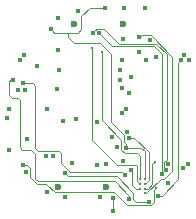
<source format=gbr>
G04 #@! TF.FileFunction,Copper,L5,Inr,Signal*
%FSLAX46Y46*%
G04 Gerber Fmt 4.6, Leading zero omitted, Abs format (unit mm)*
G04 Created by KiCad (PCBNEW 4.0.2+dfsg1-2~bpo8+1-stable) date jue 23 mar 2017 16:55:10 ART*
%MOMM*%
G01*
G04 APERTURE LIST*
%ADD10C,0.100000*%
%ADD11C,0.600000*%
%ADD12C,0.406400*%
%ADD13C,0.254000*%
%ADD14C,0.088900*%
%ADD15C,0.101600*%
G04 APERTURE END LIST*
D10*
D11*
X86847840Y-58704220D03*
X82747840Y-58704220D03*
X85450000Y-72500000D03*
X81350000Y-72500000D03*
D12*
X78650000Y-71200000D03*
X86950000Y-57300000D03*
X84650000Y-66999998D03*
X86842118Y-70300000D03*
X80450000Y-65900000D03*
X81750000Y-66900000D03*
X81355686Y-60900000D03*
X86850000Y-59900000D03*
X81250004Y-64200000D03*
X81450000Y-62600000D03*
X78513430Y-61300000D03*
X82570055Y-70398287D03*
X86750000Y-64100000D03*
X87150000Y-65900000D03*
X86750000Y-66200000D03*
X85450000Y-70500000D03*
X80950000Y-69807884D03*
X89686560Y-61500000D03*
X83050000Y-57600000D03*
X81950004Y-73300000D03*
X92350000Y-70527126D03*
X92050000Y-61300000D03*
X77050000Y-66600000D03*
X77213430Y-65880144D03*
X84948782Y-73300000D03*
X86350000Y-69100000D03*
X86650000Y-63400000D03*
X80350000Y-69807884D03*
X77250000Y-69300000D03*
X81349996Y-58200000D03*
X88771510Y-61743021D03*
X78150000Y-61700000D03*
X87192102Y-67800000D03*
X87350000Y-64500002D03*
X88750000Y-57300000D03*
X90713430Y-70527116D03*
X90667338Y-72112143D03*
X91950000Y-70900000D03*
X78550000Y-64300000D03*
X77949996Y-64300000D03*
X84649507Y-70624511D03*
X92450000Y-61700000D03*
X86650000Y-62599994D03*
X80750006Y-59100000D03*
X85350000Y-57300004D03*
X87087991Y-69137991D03*
D13*
X88700000Y-71800000D03*
D12*
X89132782Y-60007808D03*
X87550000Y-70999994D03*
D13*
X88300000Y-72600000D03*
D12*
X88250000Y-59800000D03*
X88239958Y-61000000D03*
D13*
X88700000Y-73000000D03*
D12*
X89850000Y-73200000D03*
X91750000Y-61752898D03*
D13*
X89550000Y-70333290D03*
X88700000Y-72600000D03*
D12*
X81982757Y-71306835D03*
X89050000Y-73700000D03*
X84814596Y-59423270D03*
X90150000Y-71400000D03*
X84314595Y-59423270D03*
X90528492Y-71043022D03*
X86750000Y-61700000D03*
X87550000Y-63200000D03*
X79550000Y-62200000D03*
X86050000Y-74536570D03*
X86050000Y-73400000D03*
X82893453Y-66743453D03*
X78750000Y-68400000D03*
X85963722Y-68263430D03*
X87350000Y-73499992D03*
X77549994Y-63400000D03*
D13*
X85050000Y-61000000D03*
X88309109Y-71790891D03*
X84225000Y-60700000D03*
X88300000Y-72200000D03*
D12*
X87023121Y-71457791D03*
X78359022Y-63696107D03*
X78430061Y-70604080D03*
D13*
X89684102Y-72534102D03*
D12*
X87350000Y-68300000D03*
X80450000Y-72900000D03*
D13*
X88700000Y-72200000D03*
D14*
X80953205Y-59303199D02*
X80750006Y-59100000D01*
X81050006Y-59400000D02*
X80953205Y-59303199D01*
X82250000Y-59400000D02*
X81050006Y-59400000D01*
X85850000Y-61200000D02*
X84950000Y-60300000D01*
X86913448Y-68676080D02*
X86913448Y-68063448D01*
X85850000Y-67000000D02*
X85850000Y-61200000D01*
X84950000Y-60300000D02*
X82750000Y-60300000D01*
X87087991Y-68850623D02*
X86913448Y-68676080D01*
X86913448Y-68063448D02*
X85850000Y-67000000D01*
X87087991Y-69137991D02*
X87087991Y-68850623D01*
X82250000Y-59800000D02*
X82250000Y-59400000D01*
X82750000Y-60300000D02*
X82250000Y-59800000D01*
X82250000Y-59400000D02*
X83050000Y-59400000D01*
X84050000Y-57300000D02*
X85349996Y-57300000D01*
X83050000Y-59400000D02*
X83350000Y-59100000D01*
X83350000Y-59100000D02*
X83350000Y-58000000D01*
X83350000Y-58000000D02*
X84050000Y-57300000D01*
X85349996Y-57300000D02*
X85350000Y-57300004D01*
X88700000Y-71800000D02*
X88700000Y-69450000D01*
X88700000Y-69450000D02*
X88387991Y-69137991D01*
X88387991Y-69137991D02*
X87375359Y-69137991D01*
X87375359Y-69137991D02*
X87087991Y-69137991D01*
X88300000Y-72600000D02*
X87950000Y-72600000D01*
X87950000Y-72600000D02*
X87650000Y-72300000D01*
X87650000Y-72300000D02*
X87650000Y-71099994D01*
X87650000Y-71099994D02*
X87550000Y-70999994D01*
X88700000Y-73000000D02*
X88850000Y-73000000D01*
X88850000Y-73000000D02*
X90050000Y-71800000D01*
X91050000Y-71100000D02*
X91050000Y-61448539D01*
X90050000Y-71800000D02*
X90350000Y-71800000D01*
X90350000Y-71800000D02*
X91050000Y-71100000D01*
X91050000Y-61448539D02*
X89198262Y-59596801D01*
X89198262Y-59596801D02*
X88453199Y-59596801D01*
X88453199Y-59596801D02*
X88250000Y-59800000D01*
D15*
X90137368Y-73200000D02*
X89850000Y-73200000D01*
X91750000Y-61752898D02*
X91546801Y-61956097D01*
X91546801Y-71790567D02*
X90137368Y-73200000D01*
X91546801Y-61956097D02*
X91546801Y-71790567D01*
D14*
X88700000Y-72600000D02*
X88950000Y-72600000D01*
X88950000Y-72600000D02*
X89350000Y-72200000D01*
X89350000Y-70533290D02*
X89550000Y-70333290D01*
X89350000Y-72200000D02*
X89350000Y-70533290D01*
X89050000Y-73700000D02*
X87950000Y-73700000D01*
X87950000Y-73700000D02*
X87750000Y-73500000D01*
X87750000Y-73500000D02*
X87750000Y-73000000D01*
X87750000Y-73000000D02*
X86316629Y-71566629D01*
X86316629Y-71566629D02*
X82242551Y-71566629D01*
X82242551Y-71566629D02*
X82185956Y-71510034D01*
X82185956Y-71510034D02*
X81982757Y-71306835D01*
X89472189Y-60522189D02*
X85913515Y-60522189D01*
X90150000Y-71400000D02*
X90150000Y-61200000D01*
X85017795Y-59626469D02*
X84814596Y-59423270D01*
X85913515Y-60522189D02*
X85017795Y-59626469D01*
X90150000Y-61200000D02*
X89472189Y-60522189D01*
X84517794Y-59220071D02*
X84314595Y-59423270D01*
X86494378Y-60344378D02*
X85234519Y-59084519D01*
X89694378Y-60344378D02*
X86494378Y-60344378D01*
X90346801Y-70395649D02*
X90550000Y-70192450D01*
X90550000Y-70192450D02*
X90550000Y-61200000D01*
X90550000Y-61200000D02*
X89694378Y-60344378D01*
X90528492Y-71043022D02*
X90346801Y-70861331D01*
X90346801Y-70861331D02*
X90346801Y-70395649D01*
X84653346Y-59084519D02*
X84517794Y-59220071D01*
X85234519Y-59084519D02*
X84653346Y-59084519D01*
X86050000Y-73400000D02*
X86050000Y-74536570D01*
X87350000Y-73499992D02*
X87350000Y-73200000D01*
X77350000Y-63400000D02*
X77549994Y-63400000D01*
X87350000Y-73200000D02*
X86150000Y-72000000D01*
X86150000Y-72000000D02*
X79650000Y-72000000D01*
X77250000Y-64700000D02*
X77250000Y-63500000D01*
X79650000Y-72000000D02*
X79450000Y-71800000D01*
X77450000Y-64900000D02*
X77250000Y-64700000D01*
X79450000Y-71800000D02*
X79450000Y-69700000D01*
X79050000Y-69300000D02*
X78350000Y-69300000D01*
X79450000Y-69700000D02*
X79050000Y-69300000D01*
X78350000Y-69300000D02*
X78150000Y-69100000D01*
X78150000Y-69100000D02*
X78150000Y-65098096D01*
X78148096Y-65098096D02*
X77950000Y-64900000D01*
X78150000Y-65098096D02*
X78148096Y-65098096D01*
X77950000Y-64900000D02*
X77450000Y-64900000D01*
X77250000Y-63500000D02*
X77350000Y-63400000D01*
X87049980Y-69624974D02*
X86735637Y-69310631D01*
X85050000Y-61179605D02*
X85050000Y-61000000D01*
X88074974Y-69624974D02*
X87049980Y-69624974D01*
X85050000Y-66800000D02*
X85050000Y-61179605D01*
X86735637Y-68485637D02*
X85050000Y-66800000D01*
X88309109Y-69859109D02*
X88074974Y-69624974D01*
X86735637Y-69310631D02*
X86735637Y-68485637D01*
X88309109Y-71790891D02*
X88309109Y-69859109D01*
X84225000Y-60879605D02*
X84225000Y-60700000D01*
X84225000Y-68475000D02*
X84225000Y-60879605D01*
X87986551Y-70636551D02*
X86386551Y-70636551D01*
X88048758Y-70698758D02*
X87986551Y-70636551D01*
X88300000Y-72200000D02*
X88048758Y-71948758D01*
X88048758Y-71948758D02*
X88048758Y-70698758D01*
X86386551Y-70636551D02*
X84225000Y-68475000D01*
X87023121Y-71457791D02*
X86797194Y-71231864D01*
X86797194Y-71231864D02*
X82383768Y-71231864D01*
X82383768Y-71231864D02*
X81613448Y-70461546D01*
X79246107Y-63696107D02*
X78359022Y-63696107D01*
X81613448Y-70461546D02*
X81613448Y-69563448D01*
X81613448Y-69563448D02*
X81450000Y-69400000D01*
X81450000Y-69400000D02*
X79650000Y-69400000D01*
X79650000Y-69400000D02*
X79450000Y-69200000D01*
X79450000Y-63900000D02*
X79246107Y-63696107D01*
X79450000Y-69200000D02*
X79450000Y-63900000D01*
X78986551Y-71588011D02*
X78986551Y-70873202D01*
X81083351Y-72933351D02*
X80327810Y-72177810D01*
X79576350Y-72177810D02*
X78986551Y-71588011D01*
X78717429Y-70604080D02*
X78430061Y-70604080D01*
X89513449Y-73734647D02*
X89211545Y-74036551D01*
X89211545Y-74036551D02*
X87184647Y-74036551D01*
X78986551Y-70873202D02*
X78717429Y-70604080D01*
X89684102Y-72534102D02*
X89513449Y-72704755D01*
X80327810Y-72177810D02*
X79576350Y-72177810D01*
X87184647Y-74036551D02*
X86081447Y-72933351D01*
X89513449Y-72704755D02*
X89513449Y-73734647D01*
X86081447Y-72933351D02*
X81083351Y-72933351D01*
X87637368Y-68300000D02*
X87350000Y-68300000D01*
X88700000Y-72200000D02*
X89050000Y-71850000D01*
X89050000Y-69512632D02*
X87837368Y-68300000D01*
X89050000Y-71850000D02*
X89050000Y-69512632D01*
X87837368Y-68300000D02*
X87637368Y-68300000D01*
M02*

</source>
